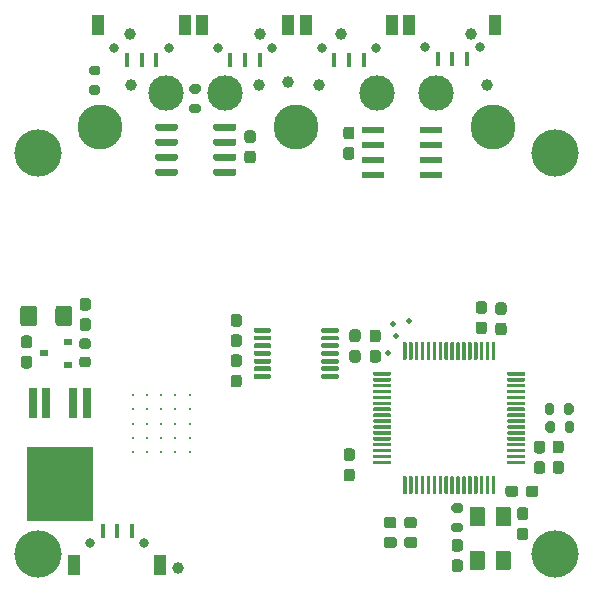
<source format=gbr>
%TF.GenerationSoftware,KiCad,Pcbnew,(5.1.8-0-10_14)*%
%TF.CreationDate,2021-05-13T19:53:47+02:00*%
%TF.ProjectId,Nauthiluscontroller,4e617574-6869-46c7-9573-636f6e74726f,rev?*%
%TF.SameCoordinates,Original*%
%TF.FileFunction,Soldermask,Bot*%
%TF.FilePolarity,Negative*%
%FSLAX46Y46*%
G04 Gerber Fmt 4.6, Leading zero omitted, Abs format (unit mm)*
G04 Created by KiCad (PCBNEW (5.1.8-0-10_14)) date 2021-05-13 19:53:47*
%MOMM*%
%LPD*%
G01*
G04 APERTURE LIST*
%ADD10C,0.300000*%
%ADD11C,4.000000*%
%ADD12R,5.570000X6.230000*%
%ADD13R,0.790000X2.520000*%
%ADD14C,1.000000*%
%ADD15C,3.000000*%
%ADD16R,0.350000X1.200000*%
%ADD17C,0.800000*%
%ADD18R,1.100000X1.800000*%
%ADD19C,3.800000*%
%ADD20C,2.600000*%
%ADD21R,0.700000X0.600000*%
%ADD22R,1.981200X0.558800*%
%ADD23C,0.500000*%
G04 APERTURE END LIST*
%TO.C,C39*%
G36*
G01*
X135207500Y-99150000D02*
X134732500Y-99150000D01*
G75*
G02*
X134495000Y-98912500I0J237500D01*
G01*
X134495000Y-98312500D01*
G75*
G02*
X134732500Y-98075000I237500J0D01*
G01*
X135207500Y-98075000D01*
G75*
G02*
X135445000Y-98312500I0J-237500D01*
G01*
X135445000Y-98912500D01*
G75*
G02*
X135207500Y-99150000I-237500J0D01*
G01*
G37*
G36*
G01*
X135207500Y-97425000D02*
X134732500Y-97425000D01*
G75*
G02*
X134495000Y-97187500I0J237500D01*
G01*
X134495000Y-96587500D01*
G75*
G02*
X134732500Y-96350000I237500J0D01*
G01*
X135207500Y-96350000D01*
G75*
G02*
X135445000Y-96587500I0J-237500D01*
G01*
X135445000Y-97187500D01*
G75*
G02*
X135207500Y-97425000I-237500J0D01*
G01*
G37*
%TD*%
%TO.C,C9*%
G36*
G01*
X157142500Y-95360000D02*
X157617500Y-95360000D01*
G75*
G02*
X157855000Y-95597500I0J-237500D01*
G01*
X157855000Y-96197500D01*
G75*
G02*
X157617500Y-96435000I-237500J0D01*
G01*
X157142500Y-96435000D01*
G75*
G02*
X156905000Y-96197500I0J237500D01*
G01*
X156905000Y-95597500D01*
G75*
G02*
X157142500Y-95360000I237500J0D01*
G01*
G37*
G36*
G01*
X157142500Y-97085000D02*
X157617500Y-97085000D01*
G75*
G02*
X157855000Y-97322500I0J-237500D01*
G01*
X157855000Y-97922500D01*
G75*
G02*
X157617500Y-98160000I-237500J0D01*
G01*
X157142500Y-98160000D01*
G75*
G02*
X156905000Y-97922500I0J237500D01*
G01*
X156905000Y-97322500D01*
G75*
G02*
X157142500Y-97085000I237500J0D01*
G01*
G37*
%TD*%
D10*
%TO.C,U11*%
X131023000Y-103222000D03*
X131023000Y-104422000D03*
X131023000Y-105622000D03*
X131023000Y-106822000D03*
X131023000Y-108022000D03*
X129823000Y-103222000D03*
X129823000Y-104422000D03*
X129823000Y-105622000D03*
X129823000Y-106822000D03*
X129823000Y-108022000D03*
X128623000Y-103222000D03*
X128623000Y-104422000D03*
X128623000Y-105622000D03*
X128623000Y-106822000D03*
X128623000Y-108022000D03*
X127423000Y-103222000D03*
X127423000Y-104422000D03*
X127423000Y-105622000D03*
X127423000Y-106822000D03*
X127423000Y-108022000D03*
X126223000Y-103222000D03*
X126223000Y-104422000D03*
X126223000Y-105622000D03*
X126223000Y-106822000D03*
X126223000Y-108022000D03*
%TD*%
%TO.C,C7*%
G36*
G01*
X160412500Y-108814000D02*
X160887500Y-108814000D01*
G75*
G02*
X161125000Y-109051500I0J-237500D01*
G01*
X161125000Y-109651500D01*
G75*
G02*
X160887500Y-109889000I-237500J0D01*
G01*
X160412500Y-109889000D01*
G75*
G02*
X160175000Y-109651500I0J237500D01*
G01*
X160175000Y-109051500D01*
G75*
G02*
X160412500Y-108814000I237500J0D01*
G01*
G37*
G36*
G01*
X160412500Y-107089000D02*
X160887500Y-107089000D01*
G75*
G02*
X161125000Y-107326500I0J-237500D01*
G01*
X161125000Y-107926500D01*
G75*
G02*
X160887500Y-108164000I-237500J0D01*
G01*
X160412500Y-108164000D01*
G75*
G02*
X160175000Y-107926500I0J237500D01*
G01*
X160175000Y-107326500D01*
G75*
G02*
X160412500Y-107089000I237500J0D01*
G01*
G37*
%TD*%
D11*
%TO.C,H4*%
X161927359Y-116680000D03*
%TD*%
%TO.C,U14*%
G36*
G01*
X134990000Y-80375000D02*
X134990000Y-80675000D01*
G75*
G02*
X134840000Y-80825000I-150000J0D01*
G01*
X133190000Y-80825000D01*
G75*
G02*
X133040000Y-80675000I0J150000D01*
G01*
X133040000Y-80375000D01*
G75*
G02*
X133190000Y-80225000I150000J0D01*
G01*
X134840000Y-80225000D01*
G75*
G02*
X134990000Y-80375000I0J-150000D01*
G01*
G37*
G36*
G01*
X134990000Y-81645000D02*
X134990000Y-81945000D01*
G75*
G02*
X134840000Y-82095000I-150000J0D01*
G01*
X133190000Y-82095000D01*
G75*
G02*
X133040000Y-81945000I0J150000D01*
G01*
X133040000Y-81645000D01*
G75*
G02*
X133190000Y-81495000I150000J0D01*
G01*
X134840000Y-81495000D01*
G75*
G02*
X134990000Y-81645000I0J-150000D01*
G01*
G37*
G36*
G01*
X134990000Y-82915000D02*
X134990000Y-83215000D01*
G75*
G02*
X134840000Y-83365000I-150000J0D01*
G01*
X133190000Y-83365000D01*
G75*
G02*
X133040000Y-83215000I0J150000D01*
G01*
X133040000Y-82915000D01*
G75*
G02*
X133190000Y-82765000I150000J0D01*
G01*
X134840000Y-82765000D01*
G75*
G02*
X134990000Y-82915000I0J-150000D01*
G01*
G37*
G36*
G01*
X134990000Y-84185000D02*
X134990000Y-84485000D01*
G75*
G02*
X134840000Y-84635000I-150000J0D01*
G01*
X133190000Y-84635000D01*
G75*
G02*
X133040000Y-84485000I0J150000D01*
G01*
X133040000Y-84185000D01*
G75*
G02*
X133190000Y-84035000I150000J0D01*
G01*
X134840000Y-84035000D01*
G75*
G02*
X134990000Y-84185000I0J-150000D01*
G01*
G37*
G36*
G01*
X130040000Y-84185000D02*
X130040000Y-84485000D01*
G75*
G02*
X129890000Y-84635000I-150000J0D01*
G01*
X128240000Y-84635000D01*
G75*
G02*
X128090000Y-84485000I0J150000D01*
G01*
X128090000Y-84185000D01*
G75*
G02*
X128240000Y-84035000I150000J0D01*
G01*
X129890000Y-84035000D01*
G75*
G02*
X130040000Y-84185000I0J-150000D01*
G01*
G37*
G36*
G01*
X130040000Y-82915000D02*
X130040000Y-83215000D01*
G75*
G02*
X129890000Y-83365000I-150000J0D01*
G01*
X128240000Y-83365000D01*
G75*
G02*
X128090000Y-83215000I0J150000D01*
G01*
X128090000Y-82915000D01*
G75*
G02*
X128240000Y-82765000I150000J0D01*
G01*
X129890000Y-82765000D01*
G75*
G02*
X130040000Y-82915000I0J-150000D01*
G01*
G37*
G36*
G01*
X130040000Y-81645000D02*
X130040000Y-81945000D01*
G75*
G02*
X129890000Y-82095000I-150000J0D01*
G01*
X128240000Y-82095000D01*
G75*
G02*
X128090000Y-81945000I0J150000D01*
G01*
X128090000Y-81645000D01*
G75*
G02*
X128240000Y-81495000I150000J0D01*
G01*
X129890000Y-81495000D01*
G75*
G02*
X130040000Y-81645000I0J-150000D01*
G01*
G37*
G36*
G01*
X130040000Y-80375000D02*
X130040000Y-80675000D01*
G75*
G02*
X129890000Y-80825000I-150000J0D01*
G01*
X128240000Y-80825000D01*
G75*
G02*
X128090000Y-80675000I0J150000D01*
G01*
X128090000Y-80375000D01*
G75*
G02*
X128240000Y-80225000I150000J0D01*
G01*
X129890000Y-80225000D01*
G75*
G02*
X130040000Y-80375000I0J-150000D01*
G01*
G37*
%TD*%
%TO.C,C47*%
G36*
G01*
X135902500Y-82527500D02*
X136377500Y-82527500D01*
G75*
G02*
X136615000Y-82765000I0J-237500D01*
G01*
X136615000Y-83365000D01*
G75*
G02*
X136377500Y-83602500I-237500J0D01*
G01*
X135902500Y-83602500D01*
G75*
G02*
X135665000Y-83365000I0J237500D01*
G01*
X135665000Y-82765000D01*
G75*
G02*
X135902500Y-82527500I237500J0D01*
G01*
G37*
G36*
G01*
X135902500Y-80802500D02*
X136377500Y-80802500D01*
G75*
G02*
X136615000Y-81040000I0J-237500D01*
G01*
X136615000Y-81640000D01*
G75*
G02*
X136377500Y-81877500I-237500J0D01*
G01*
X135902500Y-81877500D01*
G75*
G02*
X135665000Y-81640000I0J237500D01*
G01*
X135665000Y-81040000D01*
G75*
G02*
X135902500Y-80802500I237500J0D01*
G01*
G37*
%TD*%
D12*
%TO.C,U4*%
X120030000Y-110715000D03*
D13*
X122310000Y-103895000D03*
X121170000Y-103895000D03*
X118890000Y-103895000D03*
X117750000Y-103895000D03*
%TD*%
D14*
%TO.C,J7*%
X126000000Y-72620000D03*
X137000000Y-72620000D03*
D15*
X134000000Y-77620000D03*
X129000000Y-77620000D03*
%TD*%
D14*
%TO.C,U7*%
X139340000Y-76690000D03*
%TD*%
%TO.C,U17*%
X136870000Y-76950000D03*
%TD*%
D16*
%TO.C,J3*%
X134470000Y-74810000D03*
X135720000Y-74810000D03*
X136970000Y-74810000D03*
D17*
X133420000Y-73810000D03*
X138020000Y-73810000D03*
D18*
X132070000Y-71910000D03*
X139370000Y-71910000D03*
%TD*%
D19*
%TO.C,U18*%
X156697360Y-80500000D03*
D20*
X156697360Y-80500000D03*
%TD*%
%TO.C,C30*%
G36*
G01*
X144272500Y-82215000D02*
X144747500Y-82215000D01*
G75*
G02*
X144985000Y-82452500I0J-237500D01*
G01*
X144985000Y-83052500D01*
G75*
G02*
X144747500Y-83290000I-237500J0D01*
G01*
X144272500Y-83290000D01*
G75*
G02*
X144035000Y-83052500I0J237500D01*
G01*
X144035000Y-82452500D01*
G75*
G02*
X144272500Y-82215000I237500J0D01*
G01*
G37*
G36*
G01*
X144272500Y-80490000D02*
X144747500Y-80490000D01*
G75*
G02*
X144985000Y-80727500I0J-237500D01*
G01*
X144985000Y-81327500D01*
G75*
G02*
X144747500Y-81565000I-237500J0D01*
G01*
X144272500Y-81565000D01*
G75*
G02*
X144035000Y-81327500I0J237500D01*
G01*
X144035000Y-80727500D01*
G75*
G02*
X144272500Y-80490000I237500J0D01*
G01*
G37*
%TD*%
D16*
%TO.C,J1*%
X152020000Y-74780000D03*
X153270000Y-74780000D03*
X154520000Y-74780000D03*
D17*
X150970000Y-73780000D03*
X155570000Y-73780000D03*
D18*
X149620000Y-71910000D03*
X156920000Y-71880000D03*
%TD*%
%TO.C,C15*%
G36*
G01*
X159457500Y-115520000D02*
X158982500Y-115520000D01*
G75*
G02*
X158745000Y-115282500I0J237500D01*
G01*
X158745000Y-114682500D01*
G75*
G02*
X158982500Y-114445000I237500J0D01*
G01*
X159457500Y-114445000D01*
G75*
G02*
X159695000Y-114682500I0J-237500D01*
G01*
X159695000Y-115282500D01*
G75*
G02*
X159457500Y-115520000I-237500J0D01*
G01*
G37*
G36*
G01*
X159457500Y-113795000D02*
X158982500Y-113795000D01*
G75*
G02*
X158745000Y-113557500I0J237500D01*
G01*
X158745000Y-112957500D01*
G75*
G02*
X158982500Y-112720000I237500J0D01*
G01*
X159457500Y-112720000D01*
G75*
G02*
X159695000Y-112957500I0J-237500D01*
G01*
X159695000Y-113557500D01*
G75*
G02*
X159457500Y-113795000I-237500J0D01*
G01*
G37*
%TD*%
%TO.C,R13*%
G36*
G01*
X153395000Y-114025000D02*
X153945000Y-114025000D01*
G75*
G02*
X154145000Y-114225000I0J-200000D01*
G01*
X154145000Y-114625000D01*
G75*
G02*
X153945000Y-114825000I-200000J0D01*
G01*
X153395000Y-114825000D01*
G75*
G02*
X153195000Y-114625000I0J200000D01*
G01*
X153195000Y-114225000D01*
G75*
G02*
X153395000Y-114025000I200000J0D01*
G01*
G37*
G36*
G01*
X153395000Y-112375000D02*
X153945000Y-112375000D01*
G75*
G02*
X154145000Y-112575000I0J-200000D01*
G01*
X154145000Y-112975000D01*
G75*
G02*
X153945000Y-113175000I-200000J0D01*
G01*
X153395000Y-113175000D01*
G75*
G02*
X153195000Y-112975000I0J200000D01*
G01*
X153195000Y-112575000D01*
G75*
G02*
X153395000Y-112375000I200000J0D01*
G01*
G37*
%TD*%
D21*
%TO.C,Q1*%
X118720000Y-99690000D03*
X120720000Y-98740000D03*
X120720000Y-100640000D03*
%TD*%
%TO.C,U1*%
G36*
G01*
X156825000Y-111614000D02*
X156675000Y-111614000D01*
G75*
G02*
X156600000Y-111539000I0J75000D01*
G01*
X156600000Y-110139000D01*
G75*
G02*
X156675000Y-110064000I75000J0D01*
G01*
X156825000Y-110064000D01*
G75*
G02*
X156900000Y-110139000I0J-75000D01*
G01*
X156900000Y-111539000D01*
G75*
G02*
X156825000Y-111614000I-75000J0D01*
G01*
G37*
G36*
G01*
X156325000Y-111614000D02*
X156175000Y-111614000D01*
G75*
G02*
X156100000Y-111539000I0J75000D01*
G01*
X156100000Y-110139000D01*
G75*
G02*
X156175000Y-110064000I75000J0D01*
G01*
X156325000Y-110064000D01*
G75*
G02*
X156400000Y-110139000I0J-75000D01*
G01*
X156400000Y-111539000D01*
G75*
G02*
X156325000Y-111614000I-75000J0D01*
G01*
G37*
G36*
G01*
X155825000Y-111614000D02*
X155675000Y-111614000D01*
G75*
G02*
X155600000Y-111539000I0J75000D01*
G01*
X155600000Y-110139000D01*
G75*
G02*
X155675000Y-110064000I75000J0D01*
G01*
X155825000Y-110064000D01*
G75*
G02*
X155900000Y-110139000I0J-75000D01*
G01*
X155900000Y-111539000D01*
G75*
G02*
X155825000Y-111614000I-75000J0D01*
G01*
G37*
G36*
G01*
X155325000Y-111614000D02*
X155175000Y-111614000D01*
G75*
G02*
X155100000Y-111539000I0J75000D01*
G01*
X155100000Y-110139000D01*
G75*
G02*
X155175000Y-110064000I75000J0D01*
G01*
X155325000Y-110064000D01*
G75*
G02*
X155400000Y-110139000I0J-75000D01*
G01*
X155400000Y-111539000D01*
G75*
G02*
X155325000Y-111614000I-75000J0D01*
G01*
G37*
G36*
G01*
X154825000Y-111614000D02*
X154675000Y-111614000D01*
G75*
G02*
X154600000Y-111539000I0J75000D01*
G01*
X154600000Y-110139000D01*
G75*
G02*
X154675000Y-110064000I75000J0D01*
G01*
X154825000Y-110064000D01*
G75*
G02*
X154900000Y-110139000I0J-75000D01*
G01*
X154900000Y-111539000D01*
G75*
G02*
X154825000Y-111614000I-75000J0D01*
G01*
G37*
G36*
G01*
X154325000Y-111614000D02*
X154175000Y-111614000D01*
G75*
G02*
X154100000Y-111539000I0J75000D01*
G01*
X154100000Y-110139000D01*
G75*
G02*
X154175000Y-110064000I75000J0D01*
G01*
X154325000Y-110064000D01*
G75*
G02*
X154400000Y-110139000I0J-75000D01*
G01*
X154400000Y-111539000D01*
G75*
G02*
X154325000Y-111614000I-75000J0D01*
G01*
G37*
G36*
G01*
X153825000Y-111614000D02*
X153675000Y-111614000D01*
G75*
G02*
X153600000Y-111539000I0J75000D01*
G01*
X153600000Y-110139000D01*
G75*
G02*
X153675000Y-110064000I75000J0D01*
G01*
X153825000Y-110064000D01*
G75*
G02*
X153900000Y-110139000I0J-75000D01*
G01*
X153900000Y-111539000D01*
G75*
G02*
X153825000Y-111614000I-75000J0D01*
G01*
G37*
G36*
G01*
X153325000Y-111614000D02*
X153175000Y-111614000D01*
G75*
G02*
X153100000Y-111539000I0J75000D01*
G01*
X153100000Y-110139000D01*
G75*
G02*
X153175000Y-110064000I75000J0D01*
G01*
X153325000Y-110064000D01*
G75*
G02*
X153400000Y-110139000I0J-75000D01*
G01*
X153400000Y-111539000D01*
G75*
G02*
X153325000Y-111614000I-75000J0D01*
G01*
G37*
G36*
G01*
X152825000Y-111614000D02*
X152675000Y-111614000D01*
G75*
G02*
X152600000Y-111539000I0J75000D01*
G01*
X152600000Y-110139000D01*
G75*
G02*
X152675000Y-110064000I75000J0D01*
G01*
X152825000Y-110064000D01*
G75*
G02*
X152900000Y-110139000I0J-75000D01*
G01*
X152900000Y-111539000D01*
G75*
G02*
X152825000Y-111614000I-75000J0D01*
G01*
G37*
G36*
G01*
X152325000Y-111614000D02*
X152175000Y-111614000D01*
G75*
G02*
X152100000Y-111539000I0J75000D01*
G01*
X152100000Y-110139000D01*
G75*
G02*
X152175000Y-110064000I75000J0D01*
G01*
X152325000Y-110064000D01*
G75*
G02*
X152400000Y-110139000I0J-75000D01*
G01*
X152400000Y-111539000D01*
G75*
G02*
X152325000Y-111614000I-75000J0D01*
G01*
G37*
G36*
G01*
X151825000Y-111614000D02*
X151675000Y-111614000D01*
G75*
G02*
X151600000Y-111539000I0J75000D01*
G01*
X151600000Y-110139000D01*
G75*
G02*
X151675000Y-110064000I75000J0D01*
G01*
X151825000Y-110064000D01*
G75*
G02*
X151900000Y-110139000I0J-75000D01*
G01*
X151900000Y-111539000D01*
G75*
G02*
X151825000Y-111614000I-75000J0D01*
G01*
G37*
G36*
G01*
X151325000Y-111614000D02*
X151175000Y-111614000D01*
G75*
G02*
X151100000Y-111539000I0J75000D01*
G01*
X151100000Y-110139000D01*
G75*
G02*
X151175000Y-110064000I75000J0D01*
G01*
X151325000Y-110064000D01*
G75*
G02*
X151400000Y-110139000I0J-75000D01*
G01*
X151400000Y-111539000D01*
G75*
G02*
X151325000Y-111614000I-75000J0D01*
G01*
G37*
G36*
G01*
X150825000Y-111614000D02*
X150675000Y-111614000D01*
G75*
G02*
X150600000Y-111539000I0J75000D01*
G01*
X150600000Y-110139000D01*
G75*
G02*
X150675000Y-110064000I75000J0D01*
G01*
X150825000Y-110064000D01*
G75*
G02*
X150900000Y-110139000I0J-75000D01*
G01*
X150900000Y-111539000D01*
G75*
G02*
X150825000Y-111614000I-75000J0D01*
G01*
G37*
G36*
G01*
X150325000Y-111614000D02*
X150175000Y-111614000D01*
G75*
G02*
X150100000Y-111539000I0J75000D01*
G01*
X150100000Y-110139000D01*
G75*
G02*
X150175000Y-110064000I75000J0D01*
G01*
X150325000Y-110064000D01*
G75*
G02*
X150400000Y-110139000I0J-75000D01*
G01*
X150400000Y-111539000D01*
G75*
G02*
X150325000Y-111614000I-75000J0D01*
G01*
G37*
G36*
G01*
X149825000Y-111614000D02*
X149675000Y-111614000D01*
G75*
G02*
X149600000Y-111539000I0J75000D01*
G01*
X149600000Y-110139000D01*
G75*
G02*
X149675000Y-110064000I75000J0D01*
G01*
X149825000Y-110064000D01*
G75*
G02*
X149900000Y-110139000I0J-75000D01*
G01*
X149900000Y-111539000D01*
G75*
G02*
X149825000Y-111614000I-75000J0D01*
G01*
G37*
G36*
G01*
X149325000Y-111614000D02*
X149175000Y-111614000D01*
G75*
G02*
X149100000Y-111539000I0J75000D01*
G01*
X149100000Y-110139000D01*
G75*
G02*
X149175000Y-110064000I75000J0D01*
G01*
X149325000Y-110064000D01*
G75*
G02*
X149400000Y-110139000I0J-75000D01*
G01*
X149400000Y-111539000D01*
G75*
G02*
X149325000Y-111614000I-75000J0D01*
G01*
G37*
G36*
G01*
X148025000Y-109064000D02*
X146625000Y-109064000D01*
G75*
G02*
X146550000Y-108989000I0J75000D01*
G01*
X146550000Y-108839000D01*
G75*
G02*
X146625000Y-108764000I75000J0D01*
G01*
X148025000Y-108764000D01*
G75*
G02*
X148100000Y-108839000I0J-75000D01*
G01*
X148100000Y-108989000D01*
G75*
G02*
X148025000Y-109064000I-75000J0D01*
G01*
G37*
G36*
G01*
X148025000Y-108564000D02*
X146625000Y-108564000D01*
G75*
G02*
X146550000Y-108489000I0J75000D01*
G01*
X146550000Y-108339000D01*
G75*
G02*
X146625000Y-108264000I75000J0D01*
G01*
X148025000Y-108264000D01*
G75*
G02*
X148100000Y-108339000I0J-75000D01*
G01*
X148100000Y-108489000D01*
G75*
G02*
X148025000Y-108564000I-75000J0D01*
G01*
G37*
G36*
G01*
X148025000Y-108064000D02*
X146625000Y-108064000D01*
G75*
G02*
X146550000Y-107989000I0J75000D01*
G01*
X146550000Y-107839000D01*
G75*
G02*
X146625000Y-107764000I75000J0D01*
G01*
X148025000Y-107764000D01*
G75*
G02*
X148100000Y-107839000I0J-75000D01*
G01*
X148100000Y-107989000D01*
G75*
G02*
X148025000Y-108064000I-75000J0D01*
G01*
G37*
G36*
G01*
X148025000Y-107564000D02*
X146625000Y-107564000D01*
G75*
G02*
X146550000Y-107489000I0J75000D01*
G01*
X146550000Y-107339000D01*
G75*
G02*
X146625000Y-107264000I75000J0D01*
G01*
X148025000Y-107264000D01*
G75*
G02*
X148100000Y-107339000I0J-75000D01*
G01*
X148100000Y-107489000D01*
G75*
G02*
X148025000Y-107564000I-75000J0D01*
G01*
G37*
G36*
G01*
X148025000Y-107064000D02*
X146625000Y-107064000D01*
G75*
G02*
X146550000Y-106989000I0J75000D01*
G01*
X146550000Y-106839000D01*
G75*
G02*
X146625000Y-106764000I75000J0D01*
G01*
X148025000Y-106764000D01*
G75*
G02*
X148100000Y-106839000I0J-75000D01*
G01*
X148100000Y-106989000D01*
G75*
G02*
X148025000Y-107064000I-75000J0D01*
G01*
G37*
G36*
G01*
X148025000Y-106564000D02*
X146625000Y-106564000D01*
G75*
G02*
X146550000Y-106489000I0J75000D01*
G01*
X146550000Y-106339000D01*
G75*
G02*
X146625000Y-106264000I75000J0D01*
G01*
X148025000Y-106264000D01*
G75*
G02*
X148100000Y-106339000I0J-75000D01*
G01*
X148100000Y-106489000D01*
G75*
G02*
X148025000Y-106564000I-75000J0D01*
G01*
G37*
G36*
G01*
X148025000Y-106064000D02*
X146625000Y-106064000D01*
G75*
G02*
X146550000Y-105989000I0J75000D01*
G01*
X146550000Y-105839000D01*
G75*
G02*
X146625000Y-105764000I75000J0D01*
G01*
X148025000Y-105764000D01*
G75*
G02*
X148100000Y-105839000I0J-75000D01*
G01*
X148100000Y-105989000D01*
G75*
G02*
X148025000Y-106064000I-75000J0D01*
G01*
G37*
G36*
G01*
X148025000Y-105564000D02*
X146625000Y-105564000D01*
G75*
G02*
X146550000Y-105489000I0J75000D01*
G01*
X146550000Y-105339000D01*
G75*
G02*
X146625000Y-105264000I75000J0D01*
G01*
X148025000Y-105264000D01*
G75*
G02*
X148100000Y-105339000I0J-75000D01*
G01*
X148100000Y-105489000D01*
G75*
G02*
X148025000Y-105564000I-75000J0D01*
G01*
G37*
G36*
G01*
X148025000Y-105064000D02*
X146625000Y-105064000D01*
G75*
G02*
X146550000Y-104989000I0J75000D01*
G01*
X146550000Y-104839000D01*
G75*
G02*
X146625000Y-104764000I75000J0D01*
G01*
X148025000Y-104764000D01*
G75*
G02*
X148100000Y-104839000I0J-75000D01*
G01*
X148100000Y-104989000D01*
G75*
G02*
X148025000Y-105064000I-75000J0D01*
G01*
G37*
G36*
G01*
X148025000Y-104564000D02*
X146625000Y-104564000D01*
G75*
G02*
X146550000Y-104489000I0J75000D01*
G01*
X146550000Y-104339000D01*
G75*
G02*
X146625000Y-104264000I75000J0D01*
G01*
X148025000Y-104264000D01*
G75*
G02*
X148100000Y-104339000I0J-75000D01*
G01*
X148100000Y-104489000D01*
G75*
G02*
X148025000Y-104564000I-75000J0D01*
G01*
G37*
G36*
G01*
X148025000Y-104064000D02*
X146625000Y-104064000D01*
G75*
G02*
X146550000Y-103989000I0J75000D01*
G01*
X146550000Y-103839000D01*
G75*
G02*
X146625000Y-103764000I75000J0D01*
G01*
X148025000Y-103764000D01*
G75*
G02*
X148100000Y-103839000I0J-75000D01*
G01*
X148100000Y-103989000D01*
G75*
G02*
X148025000Y-104064000I-75000J0D01*
G01*
G37*
G36*
G01*
X148025000Y-103564000D02*
X146625000Y-103564000D01*
G75*
G02*
X146550000Y-103489000I0J75000D01*
G01*
X146550000Y-103339000D01*
G75*
G02*
X146625000Y-103264000I75000J0D01*
G01*
X148025000Y-103264000D01*
G75*
G02*
X148100000Y-103339000I0J-75000D01*
G01*
X148100000Y-103489000D01*
G75*
G02*
X148025000Y-103564000I-75000J0D01*
G01*
G37*
G36*
G01*
X148025000Y-103064000D02*
X146625000Y-103064000D01*
G75*
G02*
X146550000Y-102989000I0J75000D01*
G01*
X146550000Y-102839000D01*
G75*
G02*
X146625000Y-102764000I75000J0D01*
G01*
X148025000Y-102764000D01*
G75*
G02*
X148100000Y-102839000I0J-75000D01*
G01*
X148100000Y-102989000D01*
G75*
G02*
X148025000Y-103064000I-75000J0D01*
G01*
G37*
G36*
G01*
X148025000Y-102564000D02*
X146625000Y-102564000D01*
G75*
G02*
X146550000Y-102489000I0J75000D01*
G01*
X146550000Y-102339000D01*
G75*
G02*
X146625000Y-102264000I75000J0D01*
G01*
X148025000Y-102264000D01*
G75*
G02*
X148100000Y-102339000I0J-75000D01*
G01*
X148100000Y-102489000D01*
G75*
G02*
X148025000Y-102564000I-75000J0D01*
G01*
G37*
G36*
G01*
X148025000Y-102064000D02*
X146625000Y-102064000D01*
G75*
G02*
X146550000Y-101989000I0J75000D01*
G01*
X146550000Y-101839000D01*
G75*
G02*
X146625000Y-101764000I75000J0D01*
G01*
X148025000Y-101764000D01*
G75*
G02*
X148100000Y-101839000I0J-75000D01*
G01*
X148100000Y-101989000D01*
G75*
G02*
X148025000Y-102064000I-75000J0D01*
G01*
G37*
G36*
G01*
X148025000Y-101564000D02*
X146625000Y-101564000D01*
G75*
G02*
X146550000Y-101489000I0J75000D01*
G01*
X146550000Y-101339000D01*
G75*
G02*
X146625000Y-101264000I75000J0D01*
G01*
X148025000Y-101264000D01*
G75*
G02*
X148100000Y-101339000I0J-75000D01*
G01*
X148100000Y-101489000D01*
G75*
G02*
X148025000Y-101564000I-75000J0D01*
G01*
G37*
G36*
G01*
X149325000Y-100264000D02*
X149175000Y-100264000D01*
G75*
G02*
X149100000Y-100189000I0J75000D01*
G01*
X149100000Y-98789000D01*
G75*
G02*
X149175000Y-98714000I75000J0D01*
G01*
X149325000Y-98714000D01*
G75*
G02*
X149400000Y-98789000I0J-75000D01*
G01*
X149400000Y-100189000D01*
G75*
G02*
X149325000Y-100264000I-75000J0D01*
G01*
G37*
G36*
G01*
X149825000Y-100264000D02*
X149675000Y-100264000D01*
G75*
G02*
X149600000Y-100189000I0J75000D01*
G01*
X149600000Y-98789000D01*
G75*
G02*
X149675000Y-98714000I75000J0D01*
G01*
X149825000Y-98714000D01*
G75*
G02*
X149900000Y-98789000I0J-75000D01*
G01*
X149900000Y-100189000D01*
G75*
G02*
X149825000Y-100264000I-75000J0D01*
G01*
G37*
G36*
G01*
X150325000Y-100264000D02*
X150175000Y-100264000D01*
G75*
G02*
X150100000Y-100189000I0J75000D01*
G01*
X150100000Y-98789000D01*
G75*
G02*
X150175000Y-98714000I75000J0D01*
G01*
X150325000Y-98714000D01*
G75*
G02*
X150400000Y-98789000I0J-75000D01*
G01*
X150400000Y-100189000D01*
G75*
G02*
X150325000Y-100264000I-75000J0D01*
G01*
G37*
G36*
G01*
X150825000Y-100264000D02*
X150675000Y-100264000D01*
G75*
G02*
X150600000Y-100189000I0J75000D01*
G01*
X150600000Y-98789000D01*
G75*
G02*
X150675000Y-98714000I75000J0D01*
G01*
X150825000Y-98714000D01*
G75*
G02*
X150900000Y-98789000I0J-75000D01*
G01*
X150900000Y-100189000D01*
G75*
G02*
X150825000Y-100264000I-75000J0D01*
G01*
G37*
G36*
G01*
X151325000Y-100264000D02*
X151175000Y-100264000D01*
G75*
G02*
X151100000Y-100189000I0J75000D01*
G01*
X151100000Y-98789000D01*
G75*
G02*
X151175000Y-98714000I75000J0D01*
G01*
X151325000Y-98714000D01*
G75*
G02*
X151400000Y-98789000I0J-75000D01*
G01*
X151400000Y-100189000D01*
G75*
G02*
X151325000Y-100264000I-75000J0D01*
G01*
G37*
G36*
G01*
X151825000Y-100264000D02*
X151675000Y-100264000D01*
G75*
G02*
X151600000Y-100189000I0J75000D01*
G01*
X151600000Y-98789000D01*
G75*
G02*
X151675000Y-98714000I75000J0D01*
G01*
X151825000Y-98714000D01*
G75*
G02*
X151900000Y-98789000I0J-75000D01*
G01*
X151900000Y-100189000D01*
G75*
G02*
X151825000Y-100264000I-75000J0D01*
G01*
G37*
G36*
G01*
X152325000Y-100264000D02*
X152175000Y-100264000D01*
G75*
G02*
X152100000Y-100189000I0J75000D01*
G01*
X152100000Y-98789000D01*
G75*
G02*
X152175000Y-98714000I75000J0D01*
G01*
X152325000Y-98714000D01*
G75*
G02*
X152400000Y-98789000I0J-75000D01*
G01*
X152400000Y-100189000D01*
G75*
G02*
X152325000Y-100264000I-75000J0D01*
G01*
G37*
G36*
G01*
X152825000Y-100264000D02*
X152675000Y-100264000D01*
G75*
G02*
X152600000Y-100189000I0J75000D01*
G01*
X152600000Y-98789000D01*
G75*
G02*
X152675000Y-98714000I75000J0D01*
G01*
X152825000Y-98714000D01*
G75*
G02*
X152900000Y-98789000I0J-75000D01*
G01*
X152900000Y-100189000D01*
G75*
G02*
X152825000Y-100264000I-75000J0D01*
G01*
G37*
G36*
G01*
X153325000Y-100264000D02*
X153175000Y-100264000D01*
G75*
G02*
X153100000Y-100189000I0J75000D01*
G01*
X153100000Y-98789000D01*
G75*
G02*
X153175000Y-98714000I75000J0D01*
G01*
X153325000Y-98714000D01*
G75*
G02*
X153400000Y-98789000I0J-75000D01*
G01*
X153400000Y-100189000D01*
G75*
G02*
X153325000Y-100264000I-75000J0D01*
G01*
G37*
G36*
G01*
X153825000Y-100264000D02*
X153675000Y-100264000D01*
G75*
G02*
X153600000Y-100189000I0J75000D01*
G01*
X153600000Y-98789000D01*
G75*
G02*
X153675000Y-98714000I75000J0D01*
G01*
X153825000Y-98714000D01*
G75*
G02*
X153900000Y-98789000I0J-75000D01*
G01*
X153900000Y-100189000D01*
G75*
G02*
X153825000Y-100264000I-75000J0D01*
G01*
G37*
G36*
G01*
X154325000Y-100264000D02*
X154175000Y-100264000D01*
G75*
G02*
X154100000Y-100189000I0J75000D01*
G01*
X154100000Y-98789000D01*
G75*
G02*
X154175000Y-98714000I75000J0D01*
G01*
X154325000Y-98714000D01*
G75*
G02*
X154400000Y-98789000I0J-75000D01*
G01*
X154400000Y-100189000D01*
G75*
G02*
X154325000Y-100264000I-75000J0D01*
G01*
G37*
G36*
G01*
X154825000Y-100264000D02*
X154675000Y-100264000D01*
G75*
G02*
X154600000Y-100189000I0J75000D01*
G01*
X154600000Y-98789000D01*
G75*
G02*
X154675000Y-98714000I75000J0D01*
G01*
X154825000Y-98714000D01*
G75*
G02*
X154900000Y-98789000I0J-75000D01*
G01*
X154900000Y-100189000D01*
G75*
G02*
X154825000Y-100264000I-75000J0D01*
G01*
G37*
G36*
G01*
X155325000Y-100264000D02*
X155175000Y-100264000D01*
G75*
G02*
X155100000Y-100189000I0J75000D01*
G01*
X155100000Y-98789000D01*
G75*
G02*
X155175000Y-98714000I75000J0D01*
G01*
X155325000Y-98714000D01*
G75*
G02*
X155400000Y-98789000I0J-75000D01*
G01*
X155400000Y-100189000D01*
G75*
G02*
X155325000Y-100264000I-75000J0D01*
G01*
G37*
G36*
G01*
X155825000Y-100264000D02*
X155675000Y-100264000D01*
G75*
G02*
X155600000Y-100189000I0J75000D01*
G01*
X155600000Y-98789000D01*
G75*
G02*
X155675000Y-98714000I75000J0D01*
G01*
X155825000Y-98714000D01*
G75*
G02*
X155900000Y-98789000I0J-75000D01*
G01*
X155900000Y-100189000D01*
G75*
G02*
X155825000Y-100264000I-75000J0D01*
G01*
G37*
G36*
G01*
X156325000Y-100264000D02*
X156175000Y-100264000D01*
G75*
G02*
X156100000Y-100189000I0J75000D01*
G01*
X156100000Y-98789000D01*
G75*
G02*
X156175000Y-98714000I75000J0D01*
G01*
X156325000Y-98714000D01*
G75*
G02*
X156400000Y-98789000I0J-75000D01*
G01*
X156400000Y-100189000D01*
G75*
G02*
X156325000Y-100264000I-75000J0D01*
G01*
G37*
G36*
G01*
X156825000Y-100264000D02*
X156675000Y-100264000D01*
G75*
G02*
X156600000Y-100189000I0J75000D01*
G01*
X156600000Y-98789000D01*
G75*
G02*
X156675000Y-98714000I75000J0D01*
G01*
X156825000Y-98714000D01*
G75*
G02*
X156900000Y-98789000I0J-75000D01*
G01*
X156900000Y-100189000D01*
G75*
G02*
X156825000Y-100264000I-75000J0D01*
G01*
G37*
G36*
G01*
X159375000Y-101564000D02*
X157975000Y-101564000D01*
G75*
G02*
X157900000Y-101489000I0J75000D01*
G01*
X157900000Y-101339000D01*
G75*
G02*
X157975000Y-101264000I75000J0D01*
G01*
X159375000Y-101264000D01*
G75*
G02*
X159450000Y-101339000I0J-75000D01*
G01*
X159450000Y-101489000D01*
G75*
G02*
X159375000Y-101564000I-75000J0D01*
G01*
G37*
G36*
G01*
X159375000Y-102064000D02*
X157975000Y-102064000D01*
G75*
G02*
X157900000Y-101989000I0J75000D01*
G01*
X157900000Y-101839000D01*
G75*
G02*
X157975000Y-101764000I75000J0D01*
G01*
X159375000Y-101764000D01*
G75*
G02*
X159450000Y-101839000I0J-75000D01*
G01*
X159450000Y-101989000D01*
G75*
G02*
X159375000Y-102064000I-75000J0D01*
G01*
G37*
G36*
G01*
X159375000Y-102564000D02*
X157975000Y-102564000D01*
G75*
G02*
X157900000Y-102489000I0J75000D01*
G01*
X157900000Y-102339000D01*
G75*
G02*
X157975000Y-102264000I75000J0D01*
G01*
X159375000Y-102264000D01*
G75*
G02*
X159450000Y-102339000I0J-75000D01*
G01*
X159450000Y-102489000D01*
G75*
G02*
X159375000Y-102564000I-75000J0D01*
G01*
G37*
G36*
G01*
X159375000Y-103064000D02*
X157975000Y-103064000D01*
G75*
G02*
X157900000Y-102989000I0J75000D01*
G01*
X157900000Y-102839000D01*
G75*
G02*
X157975000Y-102764000I75000J0D01*
G01*
X159375000Y-102764000D01*
G75*
G02*
X159450000Y-102839000I0J-75000D01*
G01*
X159450000Y-102989000D01*
G75*
G02*
X159375000Y-103064000I-75000J0D01*
G01*
G37*
G36*
G01*
X159375000Y-103564000D02*
X157975000Y-103564000D01*
G75*
G02*
X157900000Y-103489000I0J75000D01*
G01*
X157900000Y-103339000D01*
G75*
G02*
X157975000Y-103264000I75000J0D01*
G01*
X159375000Y-103264000D01*
G75*
G02*
X159450000Y-103339000I0J-75000D01*
G01*
X159450000Y-103489000D01*
G75*
G02*
X159375000Y-103564000I-75000J0D01*
G01*
G37*
G36*
G01*
X159375000Y-104064000D02*
X157975000Y-104064000D01*
G75*
G02*
X157900000Y-103989000I0J75000D01*
G01*
X157900000Y-103839000D01*
G75*
G02*
X157975000Y-103764000I75000J0D01*
G01*
X159375000Y-103764000D01*
G75*
G02*
X159450000Y-103839000I0J-75000D01*
G01*
X159450000Y-103989000D01*
G75*
G02*
X159375000Y-104064000I-75000J0D01*
G01*
G37*
G36*
G01*
X159375000Y-104564000D02*
X157975000Y-104564000D01*
G75*
G02*
X157900000Y-104489000I0J75000D01*
G01*
X157900000Y-104339000D01*
G75*
G02*
X157975000Y-104264000I75000J0D01*
G01*
X159375000Y-104264000D01*
G75*
G02*
X159450000Y-104339000I0J-75000D01*
G01*
X159450000Y-104489000D01*
G75*
G02*
X159375000Y-104564000I-75000J0D01*
G01*
G37*
G36*
G01*
X159375000Y-105064000D02*
X157975000Y-105064000D01*
G75*
G02*
X157900000Y-104989000I0J75000D01*
G01*
X157900000Y-104839000D01*
G75*
G02*
X157975000Y-104764000I75000J0D01*
G01*
X159375000Y-104764000D01*
G75*
G02*
X159450000Y-104839000I0J-75000D01*
G01*
X159450000Y-104989000D01*
G75*
G02*
X159375000Y-105064000I-75000J0D01*
G01*
G37*
G36*
G01*
X159375000Y-105564000D02*
X157975000Y-105564000D01*
G75*
G02*
X157900000Y-105489000I0J75000D01*
G01*
X157900000Y-105339000D01*
G75*
G02*
X157975000Y-105264000I75000J0D01*
G01*
X159375000Y-105264000D01*
G75*
G02*
X159450000Y-105339000I0J-75000D01*
G01*
X159450000Y-105489000D01*
G75*
G02*
X159375000Y-105564000I-75000J0D01*
G01*
G37*
G36*
G01*
X159375000Y-106064000D02*
X157975000Y-106064000D01*
G75*
G02*
X157900000Y-105989000I0J75000D01*
G01*
X157900000Y-105839000D01*
G75*
G02*
X157975000Y-105764000I75000J0D01*
G01*
X159375000Y-105764000D01*
G75*
G02*
X159450000Y-105839000I0J-75000D01*
G01*
X159450000Y-105989000D01*
G75*
G02*
X159375000Y-106064000I-75000J0D01*
G01*
G37*
G36*
G01*
X159375000Y-106564000D02*
X157975000Y-106564000D01*
G75*
G02*
X157900000Y-106489000I0J75000D01*
G01*
X157900000Y-106339000D01*
G75*
G02*
X157975000Y-106264000I75000J0D01*
G01*
X159375000Y-106264000D01*
G75*
G02*
X159450000Y-106339000I0J-75000D01*
G01*
X159450000Y-106489000D01*
G75*
G02*
X159375000Y-106564000I-75000J0D01*
G01*
G37*
G36*
G01*
X159375000Y-107064000D02*
X157975000Y-107064000D01*
G75*
G02*
X157900000Y-106989000I0J75000D01*
G01*
X157900000Y-106839000D01*
G75*
G02*
X157975000Y-106764000I75000J0D01*
G01*
X159375000Y-106764000D01*
G75*
G02*
X159450000Y-106839000I0J-75000D01*
G01*
X159450000Y-106989000D01*
G75*
G02*
X159375000Y-107064000I-75000J0D01*
G01*
G37*
G36*
G01*
X159375000Y-107564000D02*
X157975000Y-107564000D01*
G75*
G02*
X157900000Y-107489000I0J75000D01*
G01*
X157900000Y-107339000D01*
G75*
G02*
X157975000Y-107264000I75000J0D01*
G01*
X159375000Y-107264000D01*
G75*
G02*
X159450000Y-107339000I0J-75000D01*
G01*
X159450000Y-107489000D01*
G75*
G02*
X159375000Y-107564000I-75000J0D01*
G01*
G37*
G36*
G01*
X159375000Y-108064000D02*
X157975000Y-108064000D01*
G75*
G02*
X157900000Y-107989000I0J75000D01*
G01*
X157900000Y-107839000D01*
G75*
G02*
X157975000Y-107764000I75000J0D01*
G01*
X159375000Y-107764000D01*
G75*
G02*
X159450000Y-107839000I0J-75000D01*
G01*
X159450000Y-107989000D01*
G75*
G02*
X159375000Y-108064000I-75000J0D01*
G01*
G37*
G36*
G01*
X159375000Y-108564000D02*
X157975000Y-108564000D01*
G75*
G02*
X157900000Y-108489000I0J75000D01*
G01*
X157900000Y-108339000D01*
G75*
G02*
X157975000Y-108264000I75000J0D01*
G01*
X159375000Y-108264000D01*
G75*
G02*
X159450000Y-108339000I0J-75000D01*
G01*
X159450000Y-108489000D01*
G75*
G02*
X159375000Y-108564000I-75000J0D01*
G01*
G37*
G36*
G01*
X159375000Y-109064000D02*
X157975000Y-109064000D01*
G75*
G02*
X157900000Y-108989000I0J75000D01*
G01*
X157900000Y-108839000D01*
G75*
G02*
X157975000Y-108764000I75000J0D01*
G01*
X159375000Y-108764000D01*
G75*
G02*
X159450000Y-108839000I0J-75000D01*
G01*
X159450000Y-108989000D01*
G75*
G02*
X159375000Y-109064000I-75000J0D01*
G01*
G37*
%TD*%
%TO.C,F1*%
G36*
G01*
X116695000Y-97140000D02*
X116695000Y-95890000D01*
G75*
G02*
X116945000Y-95640000I250000J0D01*
G01*
X117870000Y-95640000D01*
G75*
G02*
X118120000Y-95890000I0J-250000D01*
G01*
X118120000Y-97140000D01*
G75*
G02*
X117870000Y-97390000I-250000J0D01*
G01*
X116945000Y-97390000D01*
G75*
G02*
X116695000Y-97140000I0J250000D01*
G01*
G37*
G36*
G01*
X119670000Y-97140000D02*
X119670000Y-95890000D01*
G75*
G02*
X119920000Y-95640000I250000J0D01*
G01*
X120845000Y-95640000D01*
G75*
G02*
X121095000Y-95890000I0J-250000D01*
G01*
X121095000Y-97140000D01*
G75*
G02*
X120845000Y-97390000I-250000J0D01*
G01*
X119920000Y-97390000D01*
G75*
G02*
X119670000Y-97140000I0J250000D01*
G01*
G37*
%TD*%
D19*
%TO.C,U16*%
X140048680Y-80500000D03*
D20*
X140048680Y-80500000D03*
%TD*%
D15*
%TO.C,J6*%
X146850000Y-77620000D03*
X151850000Y-77620000D03*
D14*
X154850000Y-72620000D03*
X143850000Y-72620000D03*
%TD*%
%TO.C,C11*%
G36*
G01*
X144782500Y-97660000D02*
X145257500Y-97660000D01*
G75*
G02*
X145495000Y-97897500I0J-237500D01*
G01*
X145495000Y-98497500D01*
G75*
G02*
X145257500Y-98735000I-237500J0D01*
G01*
X144782500Y-98735000D01*
G75*
G02*
X144545000Y-98497500I0J237500D01*
G01*
X144545000Y-97897500D01*
G75*
G02*
X144782500Y-97660000I237500J0D01*
G01*
G37*
G36*
G01*
X144782500Y-99385000D02*
X145257500Y-99385000D01*
G75*
G02*
X145495000Y-99622500I0J-237500D01*
G01*
X145495000Y-100222500D01*
G75*
G02*
X145257500Y-100460000I-237500J0D01*
G01*
X144782500Y-100460000D01*
G75*
G02*
X144545000Y-100222500I0J237500D01*
G01*
X144545000Y-99622500D01*
G75*
G02*
X144782500Y-99385000I237500J0D01*
G01*
G37*
%TD*%
%TO.C,C12*%
G36*
G01*
X155482500Y-96985000D02*
X155957500Y-96985000D01*
G75*
G02*
X156195000Y-97222500I0J-237500D01*
G01*
X156195000Y-97822500D01*
G75*
G02*
X155957500Y-98060000I-237500J0D01*
G01*
X155482500Y-98060000D01*
G75*
G02*
X155245000Y-97822500I0J237500D01*
G01*
X155245000Y-97222500D01*
G75*
G02*
X155482500Y-96985000I237500J0D01*
G01*
G37*
G36*
G01*
X155482500Y-95260000D02*
X155957500Y-95260000D01*
G75*
G02*
X156195000Y-95497500I0J-237500D01*
G01*
X156195000Y-96097500D01*
G75*
G02*
X155957500Y-96335000I-237500J0D01*
G01*
X155482500Y-96335000D01*
G75*
G02*
X155245000Y-96097500I0J237500D01*
G01*
X155245000Y-95497500D01*
G75*
G02*
X155482500Y-95260000I237500J0D01*
G01*
G37*
%TD*%
%TO.C,C13*%
G36*
G01*
X116982500Y-98165000D02*
X117457500Y-98165000D01*
G75*
G02*
X117695000Y-98402500I0J-237500D01*
G01*
X117695000Y-99002500D01*
G75*
G02*
X117457500Y-99240000I-237500J0D01*
G01*
X116982500Y-99240000D01*
G75*
G02*
X116745000Y-99002500I0J237500D01*
G01*
X116745000Y-98402500D01*
G75*
G02*
X116982500Y-98165000I237500J0D01*
G01*
G37*
G36*
G01*
X116982500Y-99890000D02*
X117457500Y-99890000D01*
G75*
G02*
X117695000Y-100127500I0J-237500D01*
G01*
X117695000Y-100727500D01*
G75*
G02*
X117457500Y-100965000I-237500J0D01*
G01*
X116982500Y-100965000D01*
G75*
G02*
X116745000Y-100727500I0J237500D01*
G01*
X116745000Y-100127500D01*
G75*
G02*
X116982500Y-99890000I237500J0D01*
G01*
G37*
%TD*%
%TO.C,C14*%
G36*
G01*
X121957500Y-96715000D02*
X122432500Y-96715000D01*
G75*
G02*
X122670000Y-96952500I0J-237500D01*
G01*
X122670000Y-97552500D01*
G75*
G02*
X122432500Y-97790000I-237500J0D01*
G01*
X121957500Y-97790000D01*
G75*
G02*
X121720000Y-97552500I0J237500D01*
G01*
X121720000Y-96952500D01*
G75*
G02*
X121957500Y-96715000I237500J0D01*
G01*
G37*
G36*
G01*
X121957500Y-94990000D02*
X122432500Y-94990000D01*
G75*
G02*
X122670000Y-95227500I0J-237500D01*
G01*
X122670000Y-95827500D01*
G75*
G02*
X122432500Y-96065000I-237500J0D01*
G01*
X121957500Y-96065000D01*
G75*
G02*
X121720000Y-95827500I0J237500D01*
G01*
X121720000Y-95227500D01*
G75*
G02*
X121957500Y-94990000I237500J0D01*
G01*
G37*
%TD*%
%TO.C,C16*%
G36*
G01*
X153442500Y-117117500D02*
X153917500Y-117117500D01*
G75*
G02*
X154155000Y-117355000I0J-237500D01*
G01*
X154155000Y-117955000D01*
G75*
G02*
X153917500Y-118192500I-237500J0D01*
G01*
X153442500Y-118192500D01*
G75*
G02*
X153205000Y-117955000I0J237500D01*
G01*
X153205000Y-117355000D01*
G75*
G02*
X153442500Y-117117500I237500J0D01*
G01*
G37*
G36*
G01*
X153442500Y-115392500D02*
X153917500Y-115392500D01*
G75*
G02*
X154155000Y-115630000I0J-237500D01*
G01*
X154155000Y-116230000D01*
G75*
G02*
X153917500Y-116467500I-237500J0D01*
G01*
X153442500Y-116467500D01*
G75*
G02*
X153205000Y-116230000I0J237500D01*
G01*
X153205000Y-115630000D01*
G75*
G02*
X153442500Y-115392500I237500J0D01*
G01*
G37*
%TD*%
%TO.C,FB1*%
G36*
G01*
X122420000Y-100865000D02*
X121920000Y-100865000D01*
G75*
G02*
X121695000Y-100640000I0J225000D01*
G01*
X121695000Y-100190000D01*
G75*
G02*
X121920000Y-99965000I225000J0D01*
G01*
X122420000Y-99965000D01*
G75*
G02*
X122645000Y-100190000I0J-225000D01*
G01*
X122645000Y-100640000D01*
G75*
G02*
X122420000Y-100865000I-225000J0D01*
G01*
G37*
G36*
G01*
X122420000Y-99315000D02*
X121920000Y-99315000D01*
G75*
G02*
X121695000Y-99090000I0J225000D01*
G01*
X121695000Y-98640000D01*
G75*
G02*
X121920000Y-98415000I225000J0D01*
G01*
X122420000Y-98415000D01*
G75*
G02*
X122645000Y-98640000I0J-225000D01*
G01*
X122645000Y-99090000D01*
G75*
G02*
X122420000Y-99315000I-225000J0D01*
G01*
G37*
%TD*%
%TO.C,R12*%
G36*
G01*
X161144000Y-106193000D02*
X161144000Y-105643000D01*
G75*
G02*
X161344000Y-105443000I200000J0D01*
G01*
X161744000Y-105443000D01*
G75*
G02*
X161944000Y-105643000I0J-200000D01*
G01*
X161944000Y-106193000D01*
G75*
G02*
X161744000Y-106393000I-200000J0D01*
G01*
X161344000Y-106393000D01*
G75*
G02*
X161144000Y-106193000I0J200000D01*
G01*
G37*
G36*
G01*
X162794000Y-106193000D02*
X162794000Y-105643000D01*
G75*
G02*
X162994000Y-105443000I200000J0D01*
G01*
X163394000Y-105443000D01*
G75*
G02*
X163594000Y-105643000I0J-200000D01*
G01*
X163594000Y-106193000D01*
G75*
G02*
X163394000Y-106393000I-200000J0D01*
G01*
X162994000Y-106393000D01*
G75*
G02*
X162794000Y-106193000I0J200000D01*
G01*
G37*
%TD*%
%TO.C,R14*%
G36*
G01*
X161881000Y-104119000D02*
X161881000Y-104669000D01*
G75*
G02*
X161681000Y-104869000I-200000J0D01*
G01*
X161281000Y-104869000D01*
G75*
G02*
X161081000Y-104669000I0J200000D01*
G01*
X161081000Y-104119000D01*
G75*
G02*
X161281000Y-103919000I200000J0D01*
G01*
X161681000Y-103919000D01*
G75*
G02*
X161881000Y-104119000I0J-200000D01*
G01*
G37*
G36*
G01*
X163531000Y-104119000D02*
X163531000Y-104669000D01*
G75*
G02*
X163331000Y-104869000I-200000J0D01*
G01*
X162931000Y-104869000D01*
G75*
G02*
X162731000Y-104669000I0J200000D01*
G01*
X162731000Y-104119000D01*
G75*
G02*
X162931000Y-103919000I200000J0D01*
G01*
X163331000Y-103919000D01*
G75*
G02*
X163531000Y-104119000I0J-200000D01*
G01*
G37*
%TD*%
%TO.C,R29*%
G36*
G01*
X131765000Y-79340000D02*
X131215000Y-79340000D01*
G75*
G02*
X131015000Y-79140000I0J200000D01*
G01*
X131015000Y-78740000D01*
G75*
G02*
X131215000Y-78540000I200000J0D01*
G01*
X131765000Y-78540000D01*
G75*
G02*
X131965000Y-78740000I0J-200000D01*
G01*
X131965000Y-79140000D01*
G75*
G02*
X131765000Y-79340000I-200000J0D01*
G01*
G37*
G36*
G01*
X131765000Y-77690000D02*
X131215000Y-77690000D01*
G75*
G02*
X131015000Y-77490000I0J200000D01*
G01*
X131015000Y-77090000D01*
G75*
G02*
X131215000Y-76890000I200000J0D01*
G01*
X131765000Y-76890000D01*
G75*
G02*
X131965000Y-77090000I0J-200000D01*
G01*
X131965000Y-77490000D01*
G75*
G02*
X131765000Y-77690000I-200000J0D01*
G01*
G37*
%TD*%
%TO.C,C1*%
G36*
G01*
X144777500Y-110522500D02*
X144302500Y-110522500D01*
G75*
G02*
X144065000Y-110285000I0J237500D01*
G01*
X144065000Y-109685000D01*
G75*
G02*
X144302500Y-109447500I237500J0D01*
G01*
X144777500Y-109447500D01*
G75*
G02*
X145015000Y-109685000I0J-237500D01*
G01*
X145015000Y-110285000D01*
G75*
G02*
X144777500Y-110522500I-237500J0D01*
G01*
G37*
G36*
G01*
X144777500Y-108797500D02*
X144302500Y-108797500D01*
G75*
G02*
X144065000Y-108560000I0J237500D01*
G01*
X144065000Y-107960000D01*
G75*
G02*
X144302500Y-107722500I237500J0D01*
G01*
X144777500Y-107722500D01*
G75*
G02*
X145015000Y-107960000I0J-237500D01*
G01*
X145015000Y-108560000D01*
G75*
G02*
X144777500Y-108797500I-237500J0D01*
G01*
G37*
%TD*%
%TO.C,C3*%
G36*
G01*
X161987500Y-108801500D02*
X162462500Y-108801500D01*
G75*
G02*
X162700000Y-109039000I0J-237500D01*
G01*
X162700000Y-109639000D01*
G75*
G02*
X162462500Y-109876500I-237500J0D01*
G01*
X161987500Y-109876500D01*
G75*
G02*
X161750000Y-109639000I0J237500D01*
G01*
X161750000Y-109039000D01*
G75*
G02*
X161987500Y-108801500I237500J0D01*
G01*
G37*
G36*
G01*
X161987500Y-107076500D02*
X162462500Y-107076500D01*
G75*
G02*
X162700000Y-107314000I0J-237500D01*
G01*
X162700000Y-107914000D01*
G75*
G02*
X162462500Y-108151500I-237500J0D01*
G01*
X161987500Y-108151500D01*
G75*
G02*
X161750000Y-107914000I0J237500D01*
G01*
X161750000Y-107314000D01*
G75*
G02*
X161987500Y-107076500I237500J0D01*
G01*
G37*
%TD*%
%TO.C,C5*%
G36*
G01*
X158837500Y-111126500D02*
X158837500Y-111601500D01*
G75*
G02*
X158600000Y-111839000I-237500J0D01*
G01*
X158000000Y-111839000D01*
G75*
G02*
X157762500Y-111601500I0J237500D01*
G01*
X157762500Y-111126500D01*
G75*
G02*
X158000000Y-110889000I237500J0D01*
G01*
X158600000Y-110889000D01*
G75*
G02*
X158837500Y-111126500I0J-237500D01*
G01*
G37*
G36*
G01*
X160562500Y-111126500D02*
X160562500Y-111601500D01*
G75*
G02*
X160325000Y-111839000I-237500J0D01*
G01*
X159725000Y-111839000D01*
G75*
G02*
X159487500Y-111601500I0J237500D01*
G01*
X159487500Y-111126500D01*
G75*
G02*
X159725000Y-110889000I237500J0D01*
G01*
X160325000Y-110889000D01*
G75*
G02*
X160562500Y-111126500I0J-237500D01*
G01*
G37*
%TD*%
%TO.C,C10*%
G36*
G01*
X146502500Y-97670000D02*
X146977500Y-97670000D01*
G75*
G02*
X147215000Y-97907500I0J-237500D01*
G01*
X147215000Y-98507500D01*
G75*
G02*
X146977500Y-98745000I-237500J0D01*
G01*
X146502500Y-98745000D01*
G75*
G02*
X146265000Y-98507500I0J237500D01*
G01*
X146265000Y-97907500D01*
G75*
G02*
X146502500Y-97670000I237500J0D01*
G01*
G37*
G36*
G01*
X146502500Y-99395000D02*
X146977500Y-99395000D01*
G75*
G02*
X147215000Y-99632500I0J-237500D01*
G01*
X147215000Y-100232500D01*
G75*
G02*
X146977500Y-100470000I-237500J0D01*
G01*
X146502500Y-100470000D01*
G75*
G02*
X146265000Y-100232500I0J237500D01*
G01*
X146265000Y-99632500D01*
G75*
G02*
X146502500Y-99395000I237500J0D01*
G01*
G37*
%TD*%
%TO.C,C37*%
G36*
G01*
X134732500Y-99770000D02*
X135207500Y-99770000D01*
G75*
G02*
X135445000Y-100007500I0J-237500D01*
G01*
X135445000Y-100607500D01*
G75*
G02*
X135207500Y-100845000I-237500J0D01*
G01*
X134732500Y-100845000D01*
G75*
G02*
X134495000Y-100607500I0J237500D01*
G01*
X134495000Y-100007500D01*
G75*
G02*
X134732500Y-99770000I237500J0D01*
G01*
G37*
G36*
G01*
X134732500Y-101495000D02*
X135207500Y-101495000D01*
G75*
G02*
X135445000Y-101732500I0J-237500D01*
G01*
X135445000Y-102332500D01*
G75*
G02*
X135207500Y-102570000I-237500J0D01*
G01*
X134732500Y-102570000D01*
G75*
G02*
X134495000Y-102332500I0J237500D01*
G01*
X134495000Y-101732500D01*
G75*
G02*
X134732500Y-101495000I237500J0D01*
G01*
G37*
%TD*%
D20*
%TO.C,U12*%
X123400000Y-80500000D03*
D19*
X123400000Y-80500000D03*
%TD*%
%TO.C,R5*%
G36*
G01*
X122725000Y-75340000D02*
X123275000Y-75340000D01*
G75*
G02*
X123475000Y-75540000I0J-200000D01*
G01*
X123475000Y-75940000D01*
G75*
G02*
X123275000Y-76140000I-200000J0D01*
G01*
X122725000Y-76140000D01*
G75*
G02*
X122525000Y-75940000I0J200000D01*
G01*
X122525000Y-75540000D01*
G75*
G02*
X122725000Y-75340000I200000J0D01*
G01*
G37*
G36*
G01*
X122725000Y-76990000D02*
X123275000Y-76990000D01*
G75*
G02*
X123475000Y-77190000I0J-200000D01*
G01*
X123475000Y-77590000D01*
G75*
G02*
X123275000Y-77790000I-200000J0D01*
G01*
X122725000Y-77790000D01*
G75*
G02*
X122525000Y-77590000I0J200000D01*
G01*
X122525000Y-77190000D01*
G75*
G02*
X122725000Y-76990000I200000J0D01*
G01*
G37*
%TD*%
D18*
%TO.C,J2*%
X148160000Y-71910000D03*
X140860000Y-71910000D03*
D17*
X146810000Y-73810000D03*
X142210000Y-73810000D03*
D16*
X145760000Y-74810000D03*
X144510000Y-74810000D03*
X143260000Y-74810000D03*
%TD*%
D18*
%TO.C,J4*%
X130610000Y-71910000D03*
X123310000Y-71910000D03*
D17*
X129260000Y-73810000D03*
X124660000Y-73810000D03*
D16*
X128210000Y-74810000D03*
X126960000Y-74810000D03*
X125710000Y-74810000D03*
%TD*%
%TO.C,J9*%
X126150000Y-114730000D03*
X124900000Y-114730000D03*
X123650000Y-114730000D03*
D17*
X127200000Y-115730000D03*
X122600000Y-115730000D03*
D18*
X128550000Y-117630000D03*
X121250000Y-117630000D03*
%TD*%
D14*
%TO.C,U15*%
X126080000Y-76950000D03*
%TD*%
%TO.C,U19*%
X141980000Y-76950000D03*
%TD*%
%TO.C,U20*%
X130060000Y-117820000D03*
%TD*%
%TO.C,HSE1*%
G36*
G01*
X154815000Y-112710000D02*
X155945000Y-112710000D01*
G75*
G02*
X156005000Y-112770000I0J-60000D01*
G01*
X156005000Y-114250000D01*
G75*
G02*
X155945000Y-114310000I-60000J0D01*
G01*
X154815000Y-114310000D01*
G75*
G02*
X154755000Y-114250000I0J60000D01*
G01*
X154755000Y-112770000D01*
G75*
G02*
X154815000Y-112710000I60000J0D01*
G01*
G37*
G36*
G01*
X154815000Y-116410000D02*
X155945000Y-116410000D01*
G75*
G02*
X156005000Y-116470000I0J-60000D01*
G01*
X156005000Y-117950000D01*
G75*
G02*
X155945000Y-118010000I-60000J0D01*
G01*
X154815000Y-118010000D01*
G75*
G02*
X154755000Y-117950000I0J60000D01*
G01*
X154755000Y-116470000D01*
G75*
G02*
X154815000Y-116410000I60000J0D01*
G01*
G37*
G36*
G01*
X157015000Y-112710000D02*
X158145000Y-112710000D01*
G75*
G02*
X158205000Y-112770000I0J-60000D01*
G01*
X158205000Y-114250000D01*
G75*
G02*
X158145000Y-114310000I-60000J0D01*
G01*
X157015000Y-114310000D01*
G75*
G02*
X156955000Y-114250000I0J60000D01*
G01*
X156955000Y-112770000D01*
G75*
G02*
X157015000Y-112710000I60000J0D01*
G01*
G37*
G36*
G01*
X157015000Y-116410000D02*
X158145000Y-116410000D01*
G75*
G02*
X158205000Y-116470000I0J-60000D01*
G01*
X158205000Y-117950000D01*
G75*
G02*
X158145000Y-118010000I-60000J0D01*
G01*
X157015000Y-118010000D01*
G75*
G02*
X156955000Y-117950000I0J60000D01*
G01*
X156955000Y-116470000D01*
G75*
G02*
X157015000Y-116410000I60000J0D01*
G01*
G37*
%TD*%
D22*
%TO.C,U8*%
X146552400Y-80810000D03*
X146552400Y-82080000D03*
X146552400Y-83350000D03*
X146552400Y-84620000D03*
X151480000Y-84620000D03*
X151480000Y-83350000D03*
X151480000Y-82080000D03*
X151480000Y-80810000D03*
%TD*%
D14*
%TO.C,U9*%
X156220000Y-76950000D03*
%TD*%
D11*
%TO.C,H1*%
X118170000Y-82680001D03*
%TD*%
%TO.C,H2*%
X161927359Y-82680001D03*
%TD*%
%TO.C,H3*%
X118170000Y-116680000D03*
%TD*%
D23*
%TO.C,TP9*%
X149610000Y-96900000D03*
%TD*%
%TO.C,TP10*%
X147860000Y-99660000D03*
%TD*%
%TO.C,TP11*%
X148510000Y-98220000D03*
%TD*%
%TO.C,TP13*%
X148270000Y-97180000D03*
%TD*%
%TO.C,U10*%
G36*
G01*
X143648680Y-97640000D02*
X143648680Y-97840000D01*
G75*
G02*
X143548680Y-97940000I-100000J0D01*
G01*
X142273680Y-97940000D01*
G75*
G02*
X142173680Y-97840000I0J100000D01*
G01*
X142173680Y-97640000D01*
G75*
G02*
X142273680Y-97540000I100000J0D01*
G01*
X143548680Y-97540000D01*
G75*
G02*
X143648680Y-97640000I0J-100000D01*
G01*
G37*
G36*
G01*
X143648680Y-98290000D02*
X143648680Y-98490000D01*
G75*
G02*
X143548680Y-98590000I-100000J0D01*
G01*
X142273680Y-98590000D01*
G75*
G02*
X142173680Y-98490000I0J100000D01*
G01*
X142173680Y-98290000D01*
G75*
G02*
X142273680Y-98190000I100000J0D01*
G01*
X143548680Y-98190000D01*
G75*
G02*
X143648680Y-98290000I0J-100000D01*
G01*
G37*
G36*
G01*
X143648680Y-98940000D02*
X143648680Y-99140000D01*
G75*
G02*
X143548680Y-99240000I-100000J0D01*
G01*
X142273680Y-99240000D01*
G75*
G02*
X142173680Y-99140000I0J100000D01*
G01*
X142173680Y-98940000D01*
G75*
G02*
X142273680Y-98840000I100000J0D01*
G01*
X143548680Y-98840000D01*
G75*
G02*
X143648680Y-98940000I0J-100000D01*
G01*
G37*
G36*
G01*
X143648680Y-99590000D02*
X143648680Y-99790000D01*
G75*
G02*
X143548680Y-99890000I-100000J0D01*
G01*
X142273680Y-99890000D01*
G75*
G02*
X142173680Y-99790000I0J100000D01*
G01*
X142173680Y-99590000D01*
G75*
G02*
X142273680Y-99490000I100000J0D01*
G01*
X143548680Y-99490000D01*
G75*
G02*
X143648680Y-99590000I0J-100000D01*
G01*
G37*
G36*
G01*
X143648680Y-100240000D02*
X143648680Y-100440000D01*
G75*
G02*
X143548680Y-100540000I-100000J0D01*
G01*
X142273680Y-100540000D01*
G75*
G02*
X142173680Y-100440000I0J100000D01*
G01*
X142173680Y-100240000D01*
G75*
G02*
X142273680Y-100140000I100000J0D01*
G01*
X143548680Y-100140000D01*
G75*
G02*
X143648680Y-100240000I0J-100000D01*
G01*
G37*
G36*
G01*
X143648680Y-100890000D02*
X143648680Y-101090000D01*
G75*
G02*
X143548680Y-101190000I-100000J0D01*
G01*
X142273680Y-101190000D01*
G75*
G02*
X142173680Y-101090000I0J100000D01*
G01*
X142173680Y-100890000D01*
G75*
G02*
X142273680Y-100790000I100000J0D01*
G01*
X143548680Y-100790000D01*
G75*
G02*
X143648680Y-100890000I0J-100000D01*
G01*
G37*
G36*
G01*
X143648680Y-101540000D02*
X143648680Y-101740000D01*
G75*
G02*
X143548680Y-101840000I-100000J0D01*
G01*
X142273680Y-101840000D01*
G75*
G02*
X142173680Y-101740000I0J100000D01*
G01*
X142173680Y-101540000D01*
G75*
G02*
X142273680Y-101440000I100000J0D01*
G01*
X143548680Y-101440000D01*
G75*
G02*
X143648680Y-101540000I0J-100000D01*
G01*
G37*
G36*
G01*
X137923680Y-101540000D02*
X137923680Y-101740000D01*
G75*
G02*
X137823680Y-101840000I-100000J0D01*
G01*
X136548680Y-101840000D01*
G75*
G02*
X136448680Y-101740000I0J100000D01*
G01*
X136448680Y-101540000D01*
G75*
G02*
X136548680Y-101440000I100000J0D01*
G01*
X137823680Y-101440000D01*
G75*
G02*
X137923680Y-101540000I0J-100000D01*
G01*
G37*
G36*
G01*
X137923680Y-100890000D02*
X137923680Y-101090000D01*
G75*
G02*
X137823680Y-101190000I-100000J0D01*
G01*
X136548680Y-101190000D01*
G75*
G02*
X136448680Y-101090000I0J100000D01*
G01*
X136448680Y-100890000D01*
G75*
G02*
X136548680Y-100790000I100000J0D01*
G01*
X137823680Y-100790000D01*
G75*
G02*
X137923680Y-100890000I0J-100000D01*
G01*
G37*
G36*
G01*
X137923680Y-100240000D02*
X137923680Y-100440000D01*
G75*
G02*
X137823680Y-100540000I-100000J0D01*
G01*
X136548680Y-100540000D01*
G75*
G02*
X136448680Y-100440000I0J100000D01*
G01*
X136448680Y-100240000D01*
G75*
G02*
X136548680Y-100140000I100000J0D01*
G01*
X137823680Y-100140000D01*
G75*
G02*
X137923680Y-100240000I0J-100000D01*
G01*
G37*
G36*
G01*
X137923680Y-99590000D02*
X137923680Y-99790000D01*
G75*
G02*
X137823680Y-99890000I-100000J0D01*
G01*
X136548680Y-99890000D01*
G75*
G02*
X136448680Y-99790000I0J100000D01*
G01*
X136448680Y-99590000D01*
G75*
G02*
X136548680Y-99490000I100000J0D01*
G01*
X137823680Y-99490000D01*
G75*
G02*
X137923680Y-99590000I0J-100000D01*
G01*
G37*
G36*
G01*
X137923680Y-98940000D02*
X137923680Y-99140000D01*
G75*
G02*
X137823680Y-99240000I-100000J0D01*
G01*
X136548680Y-99240000D01*
G75*
G02*
X136448680Y-99140000I0J100000D01*
G01*
X136448680Y-98940000D01*
G75*
G02*
X136548680Y-98840000I100000J0D01*
G01*
X137823680Y-98840000D01*
G75*
G02*
X137923680Y-98940000I0J-100000D01*
G01*
G37*
G36*
G01*
X137923680Y-98290000D02*
X137923680Y-98490000D01*
G75*
G02*
X137823680Y-98590000I-100000J0D01*
G01*
X136548680Y-98590000D01*
G75*
G02*
X136448680Y-98490000I0J100000D01*
G01*
X136448680Y-98290000D01*
G75*
G02*
X136548680Y-98190000I100000J0D01*
G01*
X137823680Y-98190000D01*
G75*
G02*
X137923680Y-98290000I0J-100000D01*
G01*
G37*
G36*
G01*
X137923680Y-97640000D02*
X137923680Y-97840000D01*
G75*
G02*
X137823680Y-97940000I-100000J0D01*
G01*
X136548680Y-97940000D01*
G75*
G02*
X136448680Y-97840000I0J100000D01*
G01*
X136448680Y-97640000D01*
G75*
G02*
X136548680Y-97540000I100000J0D01*
G01*
X137823680Y-97540000D01*
G75*
G02*
X137923680Y-97640000I0J-100000D01*
G01*
G37*
%TD*%
%TO.C,C22*%
G36*
G01*
X150280000Y-115462500D02*
X150280000Y-115937500D01*
G75*
G02*
X150042500Y-116175000I-237500J0D01*
G01*
X149442500Y-116175000D01*
G75*
G02*
X149205000Y-115937500I0J237500D01*
G01*
X149205000Y-115462500D01*
G75*
G02*
X149442500Y-115225000I237500J0D01*
G01*
X150042500Y-115225000D01*
G75*
G02*
X150280000Y-115462500I0J-237500D01*
G01*
G37*
G36*
G01*
X148555000Y-115462500D02*
X148555000Y-115937500D01*
G75*
G02*
X148317500Y-116175000I-237500J0D01*
G01*
X147717500Y-116175000D01*
G75*
G02*
X147480000Y-115937500I0J237500D01*
G01*
X147480000Y-115462500D01*
G75*
G02*
X147717500Y-115225000I237500J0D01*
G01*
X148317500Y-115225000D01*
G75*
G02*
X148555000Y-115462500I0J-237500D01*
G01*
G37*
%TD*%
%TO.C,C23*%
G36*
G01*
X148540001Y-113777499D02*
X148540001Y-114252499D01*
G75*
G02*
X148302501Y-114489999I-237500J0D01*
G01*
X147702501Y-114489999D01*
G75*
G02*
X147465001Y-114252499I0J237500D01*
G01*
X147465001Y-113777499D01*
G75*
G02*
X147702501Y-113539999I237500J0D01*
G01*
X148302501Y-113539999D01*
G75*
G02*
X148540001Y-113777499I0J-237500D01*
G01*
G37*
G36*
G01*
X150265001Y-113777499D02*
X150265001Y-114252499D01*
G75*
G02*
X150027501Y-114489999I-237500J0D01*
G01*
X149427501Y-114489999D01*
G75*
G02*
X149190001Y-114252499I0J237500D01*
G01*
X149190001Y-113777499D01*
G75*
G02*
X149427501Y-113539999I237500J0D01*
G01*
X150027501Y-113539999D01*
G75*
G02*
X150265001Y-113777499I0J-237500D01*
G01*
G37*
%TD*%
M02*

</source>
